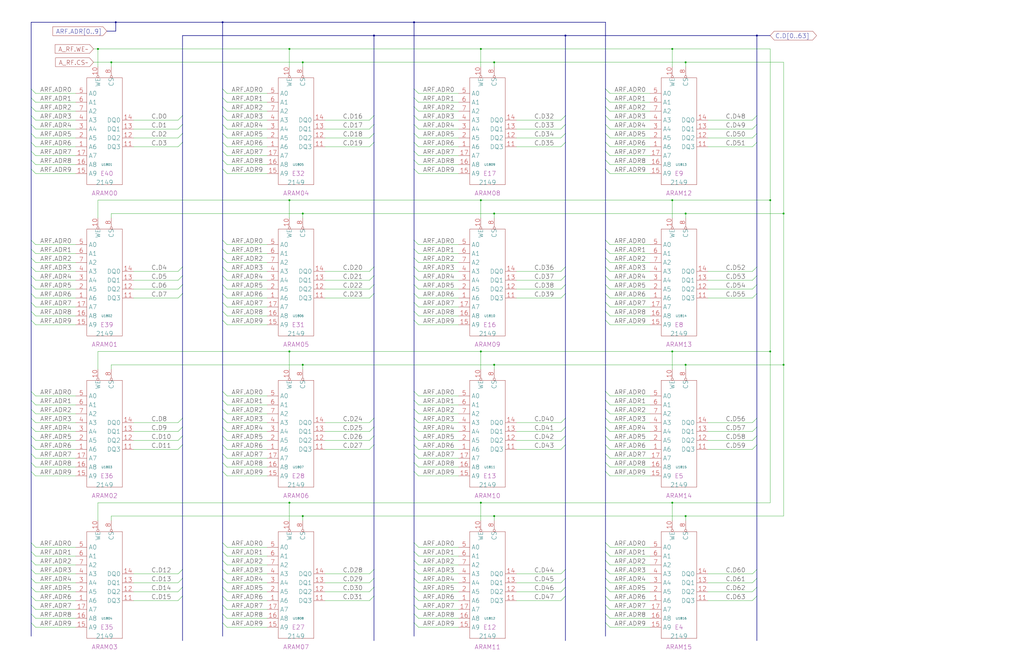
<source format=kicad_sch>
(kicad_sch (version 20230121) (generator eeschema)
  (paper "User" 584.2 378.46)
  (title_block (title "REGISTER FILE A\\nRAM ARRAY") (date "15-MAR-90") (rev "1.0") (comment 1 "TYPE") (comment 2 "232-003062") (comment 3 "S400") (comment 4 "RELEASED"))
  (junction (at 63.5 35.56))
  (junction (at 281.94 294.64))
  (junction (at 165.1 200.66))
  (junction (at 439.42 114.3))
  (junction (at 172.72 121.92))
  (junction (at 274.32 287.02))
  (junction (at 66.04 12.7))
  (junction (at 236.22 12.7))
  (junction (at 383.54 27.94))
  (junction (at 165.1 287.02))
  (junction (at 439.42 200.66))
  (junction (at 172.72 294.64))
  (junction (at 165.1 114.3))
  (junction (at 127 12.7))
  (junction (at 274.32 200.66))
  (junction (at 281.94 35.56))
  (junction (at 274.32 27.94))
  (junction (at 383.54 114.3))
  (junction (at 172.72 208.28))
  (junction (at 281.94 121.92))
  (junction (at 391.16 35.56))
  (junction (at 281.94 208.28))
  (junction (at 213.36 20.32))
  (junction (at 55.88 27.94))
  (junction (at 447.04 121.92))
  (junction (at 391.16 121.92))
  (junction (at 165.1 27.94))
  (junction (at 322.58 20.32))
  (junction (at 383.54 287.02))
  (junction (at 431.8 20.32))
  (junction (at 172.72 35.56))
  (junction (at 447.04 208.28))
  (junction (at 274.32 114.3))
  (junction (at 391.16 208.28))
  (junction (at 391.16 294.64))
  (junction (at 383.54 200.66))
  (bus_entry (at 345.44 269.24) (size 2.54 2.54))
  (bus_entry (at 213.36 243.84) (size -2.54 2.54))
  (bus_entry (at 345.44 142.24) (size 2.54 2.54))
  (bus_entry (at 431.8 71.12) (size -2.54 2.54))
  (bus_entry (at 236.22 264.16) (size 2.54 2.54))
  (bus_entry (at 236.22 157.48) (size 2.54 2.54))
  (bus_entry (at 236.22 91.44) (size 2.54 2.54))
  (bus_entry (at 236.22 167.64) (size 2.54 2.54))
  (bus_entry (at 127 340.36) (size 2.54 2.54))
  (bus_entry (at 17.78 177.8) (size 2.54 2.54))
  (bus_entry (at 213.36 71.12) (size -2.54 2.54))
  (bus_entry (at 236.22 228.6) (size 2.54 2.54))
  (bus_entry (at 17.78 96.52) (size 2.54 2.54))
  (bus_entry (at 431.8 243.84) (size -2.54 2.54))
  (bus_entry (at 236.22 182.88) (size 2.54 2.54))
  (bus_entry (at 345.44 254) (size 2.54 2.54))
  (bus_entry (at 322.58 157.48) (size -2.54 2.54))
  (bus_entry (at 345.44 182.88) (size 2.54 2.54))
  (bus_entry (at 322.58 162.56) (size -2.54 2.54))
  (bus_entry (at 17.78 147.32) (size 2.54 2.54))
  (bus_entry (at 345.44 137.16) (size 2.54 2.54))
  (bus_entry (at 236.22 147.32) (size 2.54 2.54))
  (bus_entry (at 17.78 350.52) (size 2.54 2.54))
  (bus_entry (at 104.14 254) (size -2.54 2.54))
  (bus_entry (at 236.22 330.2) (size 2.54 2.54))
  (bus_entry (at 17.78 238.76) (size 2.54 2.54))
  (bus_entry (at 17.78 233.68) (size 2.54 2.54))
  (bus_entry (at 236.22 248.92) (size 2.54 2.54))
  (bus_entry (at 345.44 223.52) (size 2.54 2.54))
  (bus_entry (at 104.14 152.4) (size -2.54 2.54))
  (bus_entry (at 127 76.2) (size 2.54 2.54))
  (bus_entry (at 17.78 248.92) (size 2.54 2.54))
  (bus_entry (at 17.78 81.28) (size 2.54 2.54))
  (bus_entry (at 104.14 340.36) (size -2.54 2.54))
  (bus_entry (at 322.58 76.2) (size -2.54 2.54))
  (bus_entry (at 17.78 223.52) (size 2.54 2.54))
  (bus_entry (at 17.78 254) (size 2.54 2.54))
  (bus_entry (at 236.22 314.96) (size 2.54 2.54))
  (bus_entry (at 17.78 269.24) (size 2.54 2.54))
  (bus_entry (at 236.22 345.44) (size 2.54 2.54))
  (bus_entry (at 127 60.96) (size 2.54 2.54))
  (bus_entry (at 127 243.84) (size 2.54 2.54))
  (bus_entry (at 236.22 223.52) (size 2.54 2.54))
  (bus_entry (at 17.78 330.2) (size 2.54 2.54))
  (bus_entry (at 431.8 152.4) (size -2.54 2.54))
  (bus_entry (at 17.78 76.2) (size 2.54 2.54))
  (bus_entry (at 236.22 320.04) (size 2.54 2.54))
  (bus_entry (at 345.44 60.96) (size 2.54 2.54))
  (bus_entry (at 431.8 335.28) (size -2.54 2.54))
  (bus_entry (at 127 355.6) (size 2.54 2.54))
  (bus_entry (at 213.36 254) (size -2.54 2.54))
  (bus_entry (at 431.8 248.92) (size -2.54 2.54))
  (bus_entry (at 431.8 76.2) (size -2.54 2.54))
  (bus_entry (at 17.78 314.96) (size 2.54 2.54))
  (bus_entry (at 127 91.44) (size 2.54 2.54))
  (bus_entry (at 213.36 238.76) (size -2.54 2.54))
  (bus_entry (at 17.78 325.12) (size 2.54 2.54))
  (bus_entry (at 431.8 254) (size -2.54 2.54))
  (bus_entry (at 17.78 345.44) (size 2.54 2.54))
  (bus_entry (at 17.78 71.12) (size 2.54 2.54))
  (bus_entry (at 236.22 66.04) (size 2.54 2.54))
  (bus_entry (at 345.44 96.52) (size 2.54 2.54))
  (bus_entry (at 322.58 167.64) (size -2.54 2.54))
  (bus_entry (at 104.14 248.92) (size -2.54 2.54))
  (bus_entry (at 213.36 248.92) (size -2.54 2.54))
  (bus_entry (at 431.8 325.12) (size -2.54 2.54))
  (bus_entry (at 17.78 259.08) (size 2.54 2.54))
  (bus_entry (at 213.36 340.36) (size -2.54 2.54))
  (bus_entry (at 322.58 330.2) (size -2.54 2.54))
  (bus_entry (at 104.14 243.84) (size -2.54 2.54))
  (bus_entry (at 345.44 314.96) (size 2.54 2.54))
  (bus_entry (at 127 330.2) (size 2.54 2.54))
  (bus_entry (at 322.58 66.04) (size -2.54 2.54))
  (bus_entry (at 345.44 167.64) (size 2.54 2.54))
  (bus_entry (at 345.44 81.28) (size 2.54 2.54))
  (bus_entry (at 322.58 152.4) (size -2.54 2.54))
  (bus_entry (at 127 335.28) (size 2.54 2.54))
  (bus_entry (at 213.36 157.48) (size -2.54 2.54))
  (bus_entry (at 17.78 335.28) (size 2.54 2.54))
  (bus_entry (at 127 50.8) (size 2.54 2.54))
  (bus_entry (at 431.8 66.04) (size -2.54 2.54))
  (bus_entry (at 127 269.24) (size 2.54 2.54))
  (bus_entry (at 236.22 335.28) (size 2.54 2.54))
  (bus_entry (at 127 142.24) (size 2.54 2.54))
  (bus_entry (at 236.22 177.8) (size 2.54 2.54))
  (bus_entry (at 431.8 340.36) (size -2.54 2.54))
  (bus_entry (at 322.58 243.84) (size -2.54 2.54))
  (bus_entry (at 431.8 330.2) (size -2.54 2.54))
  (bus_entry (at 345.44 147.32) (size 2.54 2.54))
  (bus_entry (at 345.44 172.72) (size 2.54 2.54))
  (bus_entry (at 431.8 167.64) (size -2.54 2.54))
  (bus_entry (at 345.44 320.04) (size 2.54 2.54))
  (bus_entry (at 17.78 152.4) (size 2.54 2.54))
  (bus_entry (at 127 172.72) (size 2.54 2.54))
  (bus_entry (at 127 81.28) (size 2.54 2.54))
  (bus_entry (at 345.44 157.48) (size 2.54 2.54))
  (bus_entry (at 236.22 55.88) (size 2.54 2.54))
  (bus_entry (at 17.78 60.96) (size 2.54 2.54))
  (bus_entry (at 127 264.16) (size 2.54 2.54))
  (bus_entry (at 127 157.48) (size 2.54 2.54))
  (bus_entry (at 236.22 162.56) (size 2.54 2.54))
  (bus_entry (at 127 66.04) (size 2.54 2.54))
  (bus_entry (at 236.22 172.72) (size 2.54 2.54))
  (bus_entry (at 127 167.64) (size 2.54 2.54))
  (bus_entry (at 127 325.12) (size 2.54 2.54))
  (bus_entry (at 127 55.88) (size 2.54 2.54))
  (bus_entry (at 345.44 243.84) (size 2.54 2.54))
  (bus_entry (at 345.44 335.28) (size 2.54 2.54))
  (bus_entry (at 213.36 330.2) (size -2.54 2.54))
  (bus_entry (at 345.44 330.2) (size 2.54 2.54))
  (bus_entry (at 104.14 81.28) (size -2.54 2.54))
  (bus_entry (at 17.78 137.16) (size 2.54 2.54))
  (bus_entry (at 322.58 335.28) (size -2.54 2.54))
  (bus_entry (at 17.78 340.36) (size 2.54 2.54))
  (bus_entry (at 345.44 248.92) (size 2.54 2.54))
  (bus_entry (at 127 177.8) (size 2.54 2.54))
  (bus_entry (at 127 238.76) (size 2.54 2.54))
  (bus_entry (at 127 162.56) (size 2.54 2.54))
  (bus_entry (at 17.78 172.72) (size 2.54 2.54))
  (bus_entry (at 127 86.36) (size 2.54 2.54))
  (bus_entry (at 127 345.44) (size 2.54 2.54))
  (bus_entry (at 127 254) (size 2.54 2.54))
  (bus_entry (at 236.22 233.68) (size 2.54 2.54))
  (bus_entry (at 127 147.32) (size 2.54 2.54))
  (bus_entry (at 345.44 350.52) (size 2.54 2.54))
  (bus_entry (at 236.22 325.12) (size 2.54 2.54))
  (bus_entry (at 17.78 355.6) (size 2.54 2.54))
  (bus_entry (at 345.44 76.2) (size 2.54 2.54))
  (bus_entry (at 104.14 335.28) (size -2.54 2.54))
  (bus_entry (at 17.78 264.16) (size 2.54 2.54))
  (bus_entry (at 236.22 142.24) (size 2.54 2.54))
  (bus_entry (at 17.78 50.8) (size 2.54 2.54))
  (bus_entry (at 236.22 355.6) (size 2.54 2.54))
  (bus_entry (at 127 71.12) (size 2.54 2.54))
  (bus_entry (at 104.14 167.64) (size -2.54 2.54))
  (bus_entry (at 322.58 248.92) (size -2.54 2.54))
  (bus_entry (at 236.22 259.08) (size 2.54 2.54))
  (bus_entry (at 345.44 50.8) (size 2.54 2.54))
  (bus_entry (at 345.44 177.8) (size 2.54 2.54))
  (bus_entry (at 213.36 325.12) (size -2.54 2.54))
  (bus_entry (at 127 96.52) (size 2.54 2.54))
  (bus_entry (at 17.78 162.56) (size 2.54 2.54))
  (bus_entry (at 127 137.16) (size 2.54 2.54))
  (bus_entry (at 17.78 157.48) (size 2.54 2.54))
  (bus_entry (at 322.58 71.12) (size -2.54 2.54))
  (bus_entry (at 104.14 157.48) (size -2.54 2.54))
  (bus_entry (at 322.58 325.12) (size -2.54 2.54))
  (bus_entry (at 236.22 152.4) (size 2.54 2.54))
  (bus_entry (at 127 314.96) (size 2.54 2.54))
  (bus_entry (at 104.14 330.2) (size -2.54 2.54))
  (bus_entry (at 127 350.52) (size 2.54 2.54))
  (bus_entry (at 345.44 233.68) (size 2.54 2.54))
  (bus_entry (at 213.36 167.64) (size -2.54 2.54))
  (bus_entry (at 17.78 228.6) (size 2.54 2.54))
  (bus_entry (at 345.44 71.12) (size 2.54 2.54))
  (bus_entry (at 322.58 340.36) (size -2.54 2.54))
  (bus_entry (at 127 233.68) (size 2.54 2.54))
  (bus_entry (at 213.36 162.56) (size -2.54 2.54))
  (bus_entry (at 236.22 350.52) (size 2.54 2.54))
  (bus_entry (at 322.58 81.28) (size -2.54 2.54))
  (bus_entry (at 127 309.88) (size 2.54 2.54))
  (bus_entry (at 345.44 238.76) (size 2.54 2.54))
  (bus_entry (at 213.36 81.28) (size -2.54 2.54))
  (bus_entry (at 127 223.52) (size 2.54 2.54))
  (bus_entry (at 236.22 243.84) (size 2.54 2.54))
  (bus_entry (at 104.14 71.12) (size -2.54 2.54))
  (bus_entry (at 431.8 162.56) (size -2.54 2.54))
  (bus_entry (at 104.14 76.2) (size -2.54 2.54))
  (bus_entry (at 431.8 157.48) (size -2.54 2.54))
  (bus_entry (at 127 320.04) (size 2.54 2.54))
  (bus_entry (at 236.22 340.36) (size 2.54 2.54))
  (bus_entry (at 345.44 325.12) (size 2.54 2.54))
  (bus_entry (at 345.44 91.44) (size 2.54 2.54))
  (bus_entry (at 17.78 309.88) (size 2.54 2.54))
  (bus_entry (at 127 259.08) (size 2.54 2.54))
  (bus_entry (at 345.44 264.16) (size 2.54 2.54))
  (bus_entry (at 236.22 269.24) (size 2.54 2.54))
  (bus_entry (at 322.58 254) (size -2.54 2.54))
  (bus_entry (at 345.44 309.88) (size 2.54 2.54))
  (bus_entry (at 345.44 259.08) (size 2.54 2.54))
  (bus_entry (at 345.44 152.4) (size 2.54 2.54))
  (bus_entry (at 345.44 162.56) (size 2.54 2.54))
  (bus_entry (at 213.36 335.28) (size -2.54 2.54))
  (bus_entry (at 17.78 91.44) (size 2.54 2.54))
  (bus_entry (at 104.14 66.04) (size -2.54 2.54))
  (bus_entry (at 236.22 71.12) (size 2.54 2.54))
  (bus_entry (at 213.36 66.04) (size -2.54 2.54))
  (bus_entry (at 236.22 254) (size 2.54 2.54))
  (bus_entry (at 17.78 55.88) (size 2.54 2.54))
  (bus_entry (at 236.22 86.36) (size 2.54 2.54))
  (bus_entry (at 345.44 345.44) (size 2.54 2.54))
  (bus_entry (at 322.58 238.76) (size -2.54 2.54))
  (bus_entry (at 236.22 96.52) (size 2.54 2.54))
  (bus_entry (at 213.36 152.4) (size -2.54 2.54))
  (bus_entry (at 104.14 238.76) (size -2.54 2.54))
  (bus_entry (at 345.44 66.04) (size 2.54 2.54))
  (bus_entry (at 17.78 142.24) (size 2.54 2.54))
  (bus_entry (at 104.14 325.12) (size -2.54 2.54))
  (bus_entry (at 104.14 162.56) (size -2.54 2.54))
  (bus_entry (at 127 228.6) (size 2.54 2.54))
  (bus_entry (at 213.36 76.2) (size -2.54 2.54))
  (bus_entry (at 236.22 81.28) (size 2.54 2.54))
  (bus_entry (at 345.44 86.36) (size 2.54 2.54))
  (bus_entry (at 17.78 86.36) (size 2.54 2.54))
  (bus_entry (at 345.44 355.6) (size 2.54 2.54))
  (bus_entry (at 431.8 238.76) (size -2.54 2.54))
  (bus_entry (at 127 152.4) (size 2.54 2.54))
  (bus_entry (at 236.22 309.88) (size 2.54 2.54))
  (bus_entry (at 17.78 243.84) (size 2.54 2.54))
  (bus_entry (at 345.44 55.88) (size 2.54 2.54))
  (bus_entry (at 127 248.92) (size 2.54 2.54))
  (bus_entry (at 17.78 167.64) (size 2.54 2.54))
  (bus_entry (at 236.22 60.96) (size 2.54 2.54))
  (bus_entry (at 127 182.88) (size 2.54 2.54))
  (bus_entry (at 17.78 182.88) (size 2.54 2.54))
  (bus_entry (at 17.78 320.04) (size 2.54 2.54))
  (bus_entry (at 236.22 137.16) (size 2.54 2.54))
  (bus_entry (at 236.22 50.8) (size 2.54 2.54))
  (bus_entry (at 345.44 340.36) (size 2.54 2.54))
  (bus_entry (at 345.44 228.6) (size 2.54 2.54))
  (bus_entry (at 236.22 76.2) (size 2.54 2.54))
  (bus_entry (at 431.8 81.28) (size -2.54 2.54))
  (bus_entry (at 17.78 66.04) (size 2.54 2.54))
  (bus_entry (at 236.22 238.76) (size 2.54 2.54))
  (wire (pts (xy 274.32 114.3) (xy 274.32 124.46)))
  (bus (pts (xy 17.78 269.24) (xy 17.78 309.88)))
  (wire (pts (xy 129.54 347.98) (xy 152.4 347.98)))
  (wire (pts (xy 347.98 99.06) (xy 370.84 99.06)))
  (wire (pts (xy 238.76 139.7) (xy 261.62 139.7)))
  (wire (pts (xy 347.98 88.9) (xy 370.84 88.9)))
  (wire (pts (xy 238.76 58.42) (xy 261.62 58.42)))
  (wire (pts (xy 129.54 53.34) (xy 152.4 53.34)))
  (wire (pts (xy 172.72 35.56) (xy 281.94 35.56)))
  (wire (pts (xy 129.54 185.42) (xy 152.4 185.42)))
  (wire (pts (xy 165.1 200.66) (xy 274.32 200.66)))
  (wire (pts (xy 20.32 93.98) (xy 43.18 93.98)))
  (wire (pts (xy 165.1 287.02) (xy 165.1 297.18)))
  (wire (pts (xy 238.76 312.42) (xy 261.62 312.42)))
  (wire (pts (xy 238.76 322.58) (xy 261.62 322.58)))
  (wire (pts (xy 129.54 266.7) (xy 152.4 266.7)))
  (wire (pts (xy 20.32 251.46) (xy 43.18 251.46)))
  (wire (pts (xy 347.98 165.1) (xy 370.84 165.1)))
  (wire (pts (xy 20.32 353.06) (xy 43.18 353.06)))
  (wire (pts (xy 383.54 114.3) (xy 383.54 124.46)))
  (wire (pts (xy 274.32 287.02) (xy 165.1 287.02)))
  (bus (pts (xy 17.78 223.52) (xy 17.78 228.6)))
  (wire (pts (xy 347.98 63.5) (xy 370.84 63.5)))
  (wire (pts (xy 129.54 83.82) (xy 152.4 83.82)))
  (wire (pts (xy 238.76 78.74) (xy 261.62 78.74)))
  (bus (pts (xy 104.14 71.12) (xy 104.14 76.2)))
  (bus (pts (xy 345.44 172.72) (xy 345.44 177.8)))
  (wire (pts (xy 403.86 78.74) (xy 429.26 78.74)))
  (wire (pts (xy 347.98 68.58) (xy 370.84 68.58)))
  (wire (pts (xy 129.54 271.78) (xy 152.4 271.78)))
  (wire (pts (xy 185.42 256.54) (xy 210.82 256.54)))
  (wire (pts (xy 347.98 332.74) (xy 370.84 332.74)))
  (bus (pts (xy 66.04 12.7) (xy 127 12.7)))
  (wire (pts (xy 238.76 271.78) (xy 261.62 271.78)))
  (wire (pts (xy 185.42 170.18) (xy 210.82 170.18)))
  (wire (pts (xy 172.72 208.28) (xy 281.94 208.28)))
  (bus (pts (xy 236.22 320.04) (xy 236.22 325.12)))
  (bus (pts (xy 127 335.28) (xy 127 340.36)))
  (wire (pts (xy 391.16 294.64) (xy 447.04 294.64)))
  (bus (pts (xy 17.78 157.48) (xy 17.78 162.56)))
  (bus (pts (xy 127 12.7) (xy 127 50.8)))
  (wire (pts (xy 294.64 73.66) (xy 320.04 73.66)))
  (bus (pts (xy 17.78 71.12) (xy 17.78 76.2)))
  (wire (pts (xy 391.16 294.64) (xy 391.16 297.18)))
  (wire (pts (xy 20.32 58.42) (xy 43.18 58.42)))
  (wire (pts (xy 383.54 287.02) (xy 274.32 287.02)))
  (wire (pts (xy 20.32 73.66) (xy 43.18 73.66)))
  (wire (pts (xy 185.42 241.3) (xy 210.82 241.3)))
  (wire (pts (xy 238.76 144.78) (xy 261.62 144.78)))
  (bus (pts (xy 345.44 269.24) (xy 345.44 309.88)))
  (wire (pts (xy 20.32 226.06) (xy 43.18 226.06)))
  (bus (pts (xy 213.36 76.2) (xy 213.36 81.28)))
  (wire (pts (xy 347.98 241.3) (xy 370.84 241.3)))
  (bus (pts (xy 127 320.04) (xy 127 325.12)))
  (bus (pts (xy 431.8 81.28) (xy 431.8 152.4)))
  (bus (pts (xy 127 66.04) (xy 127 71.12)))
  (bus (pts (xy 127 340.36) (xy 127 345.44)))
  (bus (pts (xy 345.44 325.12) (xy 345.44 330.2)))
  (wire (pts (xy 403.86 165.1) (xy 429.26 165.1)))
  (bus (pts (xy 17.78 50.8) (xy 17.78 55.88)))
  (bus (pts (xy 345.44 142.24) (xy 345.44 147.32)))
  (bus (pts (xy 345.44 228.6) (xy 345.44 233.68)))
  (bus (pts (xy 213.36 325.12) (xy 213.36 330.2)))
  (bus (pts (xy 17.78 142.24) (xy 17.78 147.32)))
  (wire (pts (xy 383.54 27.94) (xy 383.54 38.1)))
  (bus (pts (xy 236.22 172.72) (xy 236.22 177.8)))
  (bus (pts (xy 17.78 147.32) (xy 17.78 152.4)))
  (bus (pts (xy 345.44 259.08) (xy 345.44 264.16)))
  (bus (pts (xy 127 147.32) (xy 127 152.4)))
  (wire (pts (xy 129.54 236.22) (xy 152.4 236.22)))
  (bus (pts (xy 17.78 167.64) (xy 17.78 172.72)))
  (bus (pts (xy 17.78 162.56) (xy 17.78 167.64)))
  (wire (pts (xy 76.2 68.58) (xy 101.6 68.58)))
  (bus (pts (xy 17.78 330.2) (xy 17.78 335.28)))
  (wire (pts (xy 76.2 337.82) (xy 101.6 337.82)))
  (wire (pts (xy 383.54 200.66) (xy 383.54 210.82)))
  (bus (pts (xy 345.44 248.92) (xy 345.44 254)))
  (wire (pts (xy 20.32 312.42) (xy 43.18 312.42)))
  (bus (pts (xy 236.22 162.56) (xy 236.22 167.64)))
  (wire (pts (xy 20.32 332.74) (xy 43.18 332.74)))
  (wire (pts (xy 294.64 83.82) (xy 320.04 83.82)))
  (bus (pts (xy 127 233.68) (xy 127 238.76)))
  (bus (pts (xy 17.78 76.2) (xy 17.78 81.28)))
  (bus (pts (xy 104.14 157.48) (xy 104.14 162.56)))
  (wire (pts (xy 165.1 200.66) (xy 165.1 210.82)))
  (wire (pts (xy 20.32 256.54) (xy 43.18 256.54)))
  (bus (pts (xy 127 350.52) (xy 127 355.6)))
  (bus (pts (xy 431.8 20.32) (xy 439.42 20.32)))
  (wire (pts (xy 129.54 144.78) (xy 152.4 144.78)))
  (bus (pts (xy 104.14 238.76) (xy 104.14 243.84)))
  (wire (pts (xy 129.54 88.9) (xy 152.4 88.9)))
  (bus (pts (xy 127 264.16) (xy 127 269.24)))
  (bus (pts (xy 127 248.92) (xy 127 254)))
  (bus (pts (xy 345.44 137.16) (xy 345.44 142.24)))
  (bus (pts (xy 213.36 157.48) (xy 213.36 162.56)))
  (wire (pts (xy 347.98 353.06) (xy 370.84 353.06)))
  (wire (pts (xy 185.42 78.74) (xy 210.82 78.74)))
  (bus (pts (xy 127 259.08) (xy 127 264.16)))
  (bus (pts (xy 345.44 81.28) (xy 345.44 86.36)))
  (wire (pts (xy 238.76 266.7) (xy 261.62 266.7)))
  (bus (pts (xy 17.78 320.04) (xy 17.78 325.12)))
  (wire (pts (xy 294.64 327.66) (xy 320.04 327.66)))
  (wire (pts (xy 63.5 121.92) (xy 172.72 121.92)))
  (wire (pts (xy 63.5 208.28) (xy 172.72 208.28)))
  (bus (pts (xy 345.44 345.44) (xy 345.44 350.52)))
  (wire (pts (xy 238.76 261.62) (xy 261.62 261.62)))
  (bus (pts (xy 17.78 325.12) (xy 17.78 330.2)))
  (bus (pts (xy 127 81.28) (xy 127 86.36)))
  (wire (pts (xy 129.54 241.3) (xy 152.4 241.3)))
  (wire (pts (xy 347.98 246.38) (xy 370.84 246.38)))
  (wire (pts (xy 403.86 83.82) (xy 429.26 83.82)))
  (bus (pts (xy 127 71.12) (xy 127 76.2)))
  (wire (pts (xy 129.54 261.62) (xy 152.4 261.62)))
  (wire (pts (xy 76.2 78.74) (xy 101.6 78.74)))
  (bus (pts (xy 236.22 269.24) (xy 236.22 309.88)))
  (wire (pts (xy 294.64 170.18) (xy 320.04 170.18)))
  (bus (pts (xy 322.58 76.2) (xy 322.58 81.28)))
  (wire (pts (xy 20.32 185.42) (xy 43.18 185.42)))
  (wire (pts (xy 391.16 208.28) (xy 447.04 208.28)))
  (wire (pts (xy 20.32 144.78) (xy 43.18 144.78)))
  (wire (pts (xy 403.86 154.94) (xy 429.26 154.94)))
  (wire (pts (xy 20.32 337.82) (xy 43.18 337.82)))
  (bus (pts (xy 236.22 264.16) (xy 236.22 269.24)))
  (wire (pts (xy 383.54 200.66) (xy 439.42 200.66)))
  (bus (pts (xy 345.44 50.8) (xy 345.44 55.88)))
  (bus (pts (xy 17.78 172.72) (xy 17.78 177.8)))
  (bus (pts (xy 213.36 152.4) (xy 213.36 157.48)))
  (bus (pts (xy 127 12.7) (xy 236.22 12.7)))
  (wire (pts (xy 76.2 170.18) (xy 101.6 170.18)))
  (bus (pts (xy 213.36 20.32) (xy 322.58 20.32)))
  (bus (pts (xy 236.22 243.84) (xy 236.22 248.92)))
  (bus (pts (xy 345.44 12.7) (xy 345.44 50.8)))
  (wire (pts (xy 238.76 241.3) (xy 261.62 241.3)))
  (wire (pts (xy 76.2 342.9) (xy 101.6 342.9)))
  (bus (pts (xy 345.44 157.48) (xy 345.44 162.56)))
  (bus (pts (xy 17.78 264.16) (xy 17.78 269.24)))
  (bus (pts (xy 213.36 254) (xy 213.36 325.12)))
  (bus (pts (xy 236.22 355.6) (xy 236.22 363.22)))
  (bus (pts (xy 213.36 20.32) (xy 213.36 66.04)))
  (wire (pts (xy 238.76 358.14) (xy 261.62 358.14)))
  (bus (pts (xy 322.58 330.2) (xy 322.58 335.28)))
  (bus (pts (xy 127 76.2) (xy 127 81.28)))
  (wire (pts (xy 274.32 287.02) (xy 274.32 297.18)))
  (bus (pts (xy 127 330.2) (xy 127 335.28)))
  (bus (pts (xy 431.8 238.76) (xy 431.8 243.84)))
  (wire (pts (xy 129.54 231.14) (xy 152.4 231.14)))
  (bus (pts (xy 345.44 71.12) (xy 345.44 76.2)))
  (wire (pts (xy 129.54 337.82) (xy 152.4 337.82)))
  (bus (pts (xy 213.36 71.12) (xy 213.36 76.2)))
  (bus (pts (xy 431.8 66.04) (xy 431.8 71.12)))
  (wire (pts (xy 238.76 170.18) (xy 261.62 170.18)))
  (bus (pts (xy 236.22 81.28) (xy 236.22 86.36)))
  (bus (pts (xy 322.58 167.64) (xy 322.58 238.76)))
  (bus (pts (xy 17.78 66.04) (xy 17.78 71.12)))
  (bus (pts (xy 213.36 335.28) (xy 213.36 340.36)))
  (wire (pts (xy 294.64 256.54) (xy 320.04 256.54)))
  (wire (pts (xy 20.32 246.38) (xy 43.18 246.38)))
  (bus (pts (xy 345.44 238.76) (xy 345.44 243.84)))
  (wire (pts (xy 76.2 332.74) (xy 101.6 332.74)))
  (wire (pts (xy 165.1 27.94) (xy 274.32 27.94)))
  (wire (pts (xy 238.76 175.26) (xy 261.62 175.26)))
  (wire (pts (xy 20.32 266.7) (xy 43.18 266.7)))
  (bus (pts (xy 127 162.56) (xy 127 167.64)))
  (wire (pts (xy 185.42 83.82) (xy 210.82 83.82)))
  (bus (pts (xy 17.78 12.7) (xy 66.04 12.7)))
  (wire (pts (xy 129.54 149.86) (xy 152.4 149.86)))
  (bus (pts (xy 127 96.52) (xy 127 137.16)))
  (wire (pts (xy 129.54 73.66) (xy 152.4 73.66)))
  (wire (pts (xy 238.76 332.74) (xy 261.62 332.74)))
  (bus (pts (xy 127 345.44) (xy 127 350.52)))
  (bus (pts (xy 104.14 325.12) (xy 104.14 330.2)))
  (bus (pts (xy 127 137.16) (xy 127 142.24)))
  (bus (pts (xy 213.36 167.64) (xy 213.36 238.76)))
  (bus (pts (xy 17.78 137.16) (xy 17.78 142.24)))
  (wire (pts (xy 20.32 149.86) (xy 43.18 149.86)))
  (wire (pts (xy 238.76 231.14) (xy 261.62 231.14)))
  (bus (pts (xy 345.44 309.88) (xy 345.44 314.96)))
  (bus (pts (xy 127 167.64) (xy 127 172.72)))
  (bus (pts (xy 213.36 243.84) (xy 213.36 248.92)))
  (wire (pts (xy 20.32 83.82) (xy 43.18 83.82)))
  (wire (pts (xy 20.32 317.5) (xy 43.18 317.5)))
  (wire (pts (xy 274.32 200.66) (xy 383.54 200.66)))
  (wire (pts (xy 76.2 327.66) (xy 101.6 327.66)))
  (wire (pts (xy 403.86 68.58) (xy 429.26 68.58)))
  (bus (pts (xy 127 269.24) (xy 127 309.88)))
  (wire (pts (xy 281.94 208.28) (xy 391.16 208.28)))
  (wire (pts (xy 129.54 154.94) (xy 152.4 154.94)))
  (bus (pts (xy 127 228.6) (xy 127 233.68)))
  (wire (pts (xy 185.42 342.9) (xy 210.82 342.9)))
  (bus (pts (xy 431.8 76.2) (xy 431.8 81.28)))
  (wire (pts (xy 238.76 251.46) (xy 261.62 251.46)))
  (wire (pts (xy 129.54 251.46) (xy 152.4 251.46)))
  (bus (pts (xy 236.22 91.44) (xy 236.22 96.52)))
  (wire (pts (xy 347.98 342.9) (xy 370.84 342.9)))
  (wire (pts (xy 172.72 294.64) (xy 281.94 294.64)))
  (wire (pts (xy 403.86 160.02) (xy 429.26 160.02)))
  (wire (pts (xy 129.54 165.1) (xy 152.4 165.1)))
  (bus (pts (xy 127 86.36) (xy 127 91.44)))
  (bus (pts (xy 17.78 345.44) (xy 17.78 350.52)))
  (wire (pts (xy 274.32 27.94) (xy 274.32 38.1)))
  (bus (pts (xy 60.96 17.78) (xy 66.04 17.78)))
  (bus (pts (xy 322.58 243.84) (xy 322.58 248.92)))
  (wire (pts (xy 129.54 170.18) (xy 152.4 170.18)))
  (bus (pts (xy 17.78 350.52) (xy 17.78 355.6)))
  (wire (pts (xy 294.64 165.1) (xy 320.04 165.1)))
  (bus (pts (xy 17.78 248.92) (xy 17.78 254)))
  (wire (pts (xy 439.42 287.02) (xy 383.54 287.02)))
  (wire (pts (xy 238.76 63.5) (xy 261.62 63.5)))
  (bus (pts (xy 17.78 12.7) (xy 17.78 50.8)))
  (bus (pts (xy 17.78 259.08) (xy 17.78 264.16)))
  (bus (pts (xy 236.22 228.6) (xy 236.22 233.68)))
  (bus (pts (xy 431.8 325.12) (xy 431.8 330.2)))
  (bus (pts (xy 431.8 330.2) (xy 431.8 335.28)))
  (bus (pts (xy 104.14 81.28) (xy 104.14 152.4)))
  (wire (pts (xy 63.5 121.92) (xy 63.5 124.46)))
  (bus (pts (xy 127 325.12) (xy 127 330.2)))
  (wire (pts (xy 439.42 27.94) (xy 439.42 114.3)))
  (wire (pts (xy 185.42 337.82) (xy 210.82 337.82)))
  (wire (pts (xy 53.34 35.56) (xy 63.5 35.56)))
  (bus (pts (xy 236.22 177.8) (xy 236.22 182.88)))
  (wire (pts (xy 20.32 78.74) (xy 43.18 78.74)))
  (bus (pts (xy 236.22 96.52) (xy 236.22 137.16)))
  (wire (pts (xy 20.32 327.66) (xy 43.18 327.66)))
  (wire (pts (xy 172.72 121.92) (xy 281.94 121.92)))
  (wire (pts (xy 238.76 73.66) (xy 261.62 73.66)))
  (wire (pts (xy 20.32 342.9) (xy 43.18 342.9)))
  (wire (pts (xy 281.94 294.64) (xy 281.94 297.18)))
  (bus (pts (xy 236.22 71.12) (xy 236.22 76.2)))
  (bus (pts (xy 345.44 96.52) (xy 345.44 137.16)))
  (wire (pts (xy 20.32 170.18) (xy 43.18 170.18)))
  (bus (pts (xy 345.44 167.64) (xy 345.44 172.72)))
  (wire (pts (xy 20.32 236.22) (xy 43.18 236.22)))
  (wire (pts (xy 347.98 271.78) (xy 370.84 271.78)))
  (wire (pts (xy 20.32 322.58) (xy 43.18 322.58)))
  (wire (pts (xy 281.94 294.64) (xy 391.16 294.64)))
  (wire (pts (xy 63.5 294.64) (xy 172.72 294.64)))
  (wire (pts (xy 439.42 200.66) (xy 439.42 287.02)))
  (wire (pts (xy 129.54 58.42) (xy 152.4 58.42)))
  (bus (pts (xy 104.14 340.36) (xy 104.14 365.76)))
  (wire (pts (xy 172.72 208.28) (xy 172.72 210.82)))
  (bus (pts (xy 345.44 330.2) (xy 345.44 335.28)))
  (bus (pts (xy 17.78 60.96) (xy 17.78 66.04)))
  (bus (pts (xy 236.22 157.48) (xy 236.22 162.56)))
  (bus (pts (xy 322.58 152.4) (xy 322.58 157.48)))
  (wire (pts (xy 238.76 165.1) (xy 261.62 165.1)))
  (bus (pts (xy 322.58 238.76) (xy 322.58 243.84)))
  (wire (pts (xy 20.32 241.3) (xy 43.18 241.3)))
  (wire (pts (xy 185.42 332.74) (xy 210.82 332.74)))
  (wire (pts (xy 447.04 35.56) (xy 447.04 121.92)))
  (bus (pts (xy 345.44 320.04) (xy 345.44 325.12)))
  (bus (pts (xy 127 238.76) (xy 127 243.84)))
  (bus (pts (xy 127 172.72) (xy 127 177.8)))
  (bus (pts (xy 213.36 340.36) (xy 213.36 365.76)))
  (wire (pts (xy 20.32 165.1) (xy 43.18 165.1)))
  (bus (pts (xy 345.44 355.6) (xy 345.44 363.22)))
  (bus (pts (xy 236.22 182.88) (xy 236.22 223.52)))
  (wire (pts (xy 20.32 53.34) (xy 43.18 53.34)))
  (bus (pts (xy 236.22 76.2) (xy 236.22 81.28)))
  (wire (pts (xy 347.98 266.7) (xy 370.84 266.7)))
  (wire (pts (xy 294.64 337.82) (xy 320.04 337.82)))
  (bus (pts (xy 431.8 167.64) (xy 431.8 238.76)))
  (wire (pts (xy 238.76 226.06) (xy 261.62 226.06)))
  (wire (pts (xy 391.16 208.28) (xy 391.16 210.82)))
  (bus (pts (xy 104.14 167.64) (xy 104.14 238.76)))
  (wire (pts (xy 238.76 99.06) (xy 261.62 99.06)))
  (bus (pts (xy 127 91.44) (xy 127 96.52)))
  (wire (pts (xy 129.54 256.54) (xy 152.4 256.54)))
  (bus (pts (xy 236.22 350.52) (xy 236.22 355.6)))
  (bus (pts (xy 431.8 20.32) (xy 431.8 66.04)))
  (bus (pts (xy 127 60.96) (xy 127 66.04)))
  (bus (pts (xy 104.14 254) (xy 104.14 325.12)))
  (wire (pts (xy 447.04 121.92) (xy 447.04 208.28)))
  (bus (pts (xy 104.14 330.2) (xy 104.14 335.28)))
  (bus (pts (xy 213.36 162.56) (xy 213.36 167.64)))
  (wire (pts (xy 55.88 114.3) (xy 165.1 114.3)))
  (wire (pts (xy 347.98 73.66) (xy 370.84 73.66)))
  (bus (pts (xy 213.36 248.92) (xy 213.36 254)))
  (wire (pts (xy 403.86 256.54) (xy 429.26 256.54)))
  (wire (pts (xy 76.2 241.3) (xy 101.6 241.3)))
  (wire (pts (xy 129.54 99.06) (xy 152.4 99.06)))
  (wire (pts (xy 20.32 180.34) (xy 43.18 180.34)))
  (wire (pts (xy 294.64 160.02) (xy 320.04 160.02)))
  (bus (pts (xy 127 355.6) (xy 127 363.22)))
  (wire (pts (xy 294.64 241.3) (xy 320.04 241.3)))
  (wire (pts (xy 185.42 73.66) (xy 210.82 73.66)))
  (wire (pts (xy 238.76 327.66) (xy 261.62 327.66)))
  (bus (pts (xy 431.8 254) (xy 431.8 325.12)))
  (wire (pts (xy 53.34 27.94) (xy 55.88 27.94)))
  (wire (pts (xy 403.86 342.9) (xy 429.26 342.9)))
  (bus (pts (xy 345.44 177.8) (xy 345.44 182.88)))
  (wire (pts (xy 383.54 27.94) (xy 439.42 27.94)))
  (bus (pts (xy 17.78 314.96) (xy 17.78 320.04)))
  (wire (pts (xy 274.32 27.94) (xy 383.54 27.94)))
  (bus (pts (xy 345.44 152.4) (xy 345.44 157.48)))
  (wire (pts (xy 129.54 342.9) (xy 152.4 342.9)))
  (wire (pts (xy 347.98 83.82) (xy 370.84 83.82)))
  (bus (pts (xy 431.8 248.92) (xy 431.8 254)))
  (wire (pts (xy 20.32 88.9) (xy 43.18 88.9)))
  (wire (pts (xy 129.54 358.14) (xy 152.4 358.14)))
  (bus (pts (xy 104.14 248.92) (xy 104.14 254)))
  (wire (pts (xy 63.5 294.64) (xy 63.5 297.18)))
  (wire (pts (xy 129.54 353.06) (xy 152.4 353.06)))
  (bus (pts (xy 17.78 309.88) (xy 17.78 314.96)))
  (bus (pts (xy 127 309.88) (xy 127 314.96)))
  (bus (pts (xy 127 314.96) (xy 127 320.04)))
  (bus (pts (xy 236.22 86.36) (xy 236.22 91.44)))
  (wire (pts (xy 129.54 78.74) (xy 152.4 78.74)))
  (bus (pts (xy 322.58 325.12) (xy 322.58 330.2)))
  (wire (pts (xy 403.86 251.46) (xy 429.26 251.46)))
  (wire (pts (xy 129.54 63.5) (xy 152.4 63.5)))
  (wire (pts (xy 20.32 160.02) (xy 43.18 160.02)))
  (bus (pts (xy 431.8 152.4) (xy 431.8 157.48)))
  (wire (pts (xy 294.64 68.58) (xy 320.04 68.58)))
  (bus (pts (xy 236.22 137.16) (xy 236.22 142.24)))
  (bus (pts (xy 236.22 345.44) (xy 236.22 350.52)))
  (wire (pts (xy 238.76 342.9) (xy 261.62 342.9)))
  (bus (pts (xy 17.78 96.52) (xy 17.78 137.16)))
  (wire (pts (xy 383.54 114.3) (xy 439.42 114.3)))
  (wire (pts (xy 274.32 114.3) (xy 383.54 114.3)))
  (bus (pts (xy 322.58 162.56) (xy 322.58 167.64)))
  (bus (pts (xy 236.22 12.7) (xy 345.44 12.7)))
  (bus (pts (xy 104.14 66.04) (xy 104.14 71.12)))
  (bus (pts (xy 213.36 330.2) (xy 213.36 335.28)))
  (wire (pts (xy 20.32 347.98) (xy 43.18 347.98)))
  (wire (pts (xy 281.94 121.92) (xy 391.16 121.92)))
  (wire (pts (xy 63.5 35.56) (xy 172.72 35.56)))
  (bus (pts (xy 236.22 147.32) (xy 236.22 152.4)))
  (wire (pts (xy 20.32 175.26) (xy 43.18 175.26)))
  (bus (pts (xy 345.44 340.36) (xy 345.44 345.44)))
  (bus (pts (xy 322.58 157.48) (xy 322.58 162.56)))
  (bus (pts (xy 236.22 167.64) (xy 236.22 172.72)))
  (wire (pts (xy 129.54 68.58) (xy 152.4 68.58)))
  (bus (pts (xy 17.78 335.28) (xy 17.78 340.36)))
  (wire (pts (xy 347.98 337.82) (xy 370.84 337.82)))
  (bus (pts (xy 322.58 254) (xy 322.58 325.12)))
  (bus (pts (xy 236.22 152.4) (xy 236.22 157.48)))
  (bus (pts (xy 17.78 86.36) (xy 17.78 91.44)))
  (wire (pts (xy 76.2 246.38) (xy 101.6 246.38)))
  (wire (pts (xy 20.32 261.62) (xy 43.18 261.62)))
  (bus (pts (xy 236.22 66.04) (xy 236.22 71.12)))
  (wire (pts (xy 129.54 312.42) (xy 152.4 312.42)))
  (wire (pts (xy 294.64 332.74) (xy 320.04 332.74)))
  (wire (pts (xy 76.2 154.94) (xy 101.6 154.94)))
  (bus (pts (xy 322.58 81.28) (xy 322.58 152.4)))
  (wire (pts (xy 238.76 149.86) (xy 261.62 149.86)))
  (wire (pts (xy 129.54 327.66) (xy 152.4 327.66)))
  (wire (pts (xy 403.86 73.66) (xy 429.26 73.66)))
  (bus (pts (xy 104.14 152.4) (xy 104.14 157.48)))
  (bus (pts (xy 431.8 157.48) (xy 431.8 162.56)))
  (bus (pts (xy 322.58 248.92) (xy 322.58 254)))
  (wire (pts (xy 347.98 78.74) (xy 370.84 78.74)))
  (bus (pts (xy 236.22 248.92) (xy 236.22 254)))
  (wire (pts (xy 76.2 83.82) (xy 101.6 83.82)))
  (bus (pts (xy 104.14 335.28) (xy 104.14 340.36)))
  (bus (pts (xy 17.78 254) (xy 17.78 259.08)))
  (bus (pts (xy 127 177.8) (xy 127 182.88)))
  (bus (pts (xy 345.44 182.88) (xy 345.44 223.52)))
  (bus (pts (xy 236.22 238.76) (xy 236.22 243.84)))
  (wire (pts (xy 347.98 312.42) (xy 370.84 312.42)))
  (bus (pts (xy 431.8 71.12) (xy 431.8 76.2)))
  (bus (pts (xy 236.22 254) (xy 236.22 259.08)))
  (wire (pts (xy 165.1 27.94) (xy 165.1 38.1)))
  (bus (pts (xy 17.78 55.88) (xy 17.78 60.96)))
  (wire (pts (xy 20.32 154.94) (xy 43.18 154.94)))
  (wire (pts (xy 129.54 332.74) (xy 152.4 332.74)))
  (wire (pts (xy 238.76 236.22) (xy 261.62 236.22)))
  (bus (pts (xy 17.78 340.36) (xy 17.78 345.44)))
  (bus (pts (xy 17.78 177.8) (xy 17.78 182.88)))
  (wire (pts (xy 347.98 154.94) (xy 370.84 154.94)))
  (bus (pts (xy 236.22 335.28) (xy 236.22 340.36)))
  (wire (pts (xy 403.86 246.38) (xy 429.26 246.38)))
  (wire (pts (xy 165.1 114.3) (xy 274.32 114.3)))
  (bus (pts (xy 127 254) (xy 127 259.08)))
  (wire (pts (xy 238.76 353.06) (xy 261.62 353.06)))
  (bus (pts (xy 127 55.88) (xy 127 60.96)))
  (wire (pts (xy 391.16 121.92) (xy 391.16 124.46)))
  (wire (pts (xy 20.32 68.58) (xy 43.18 68.58)))
  (bus (pts (xy 345.44 60.96) (xy 345.44 66.04)))
  (wire (pts (xy 294.64 342.9) (xy 320.04 342.9)))
  (bus (pts (xy 104.14 20.32) (xy 104.14 66.04)))
  (wire (pts (xy 55.88 114.3) (xy 55.88 124.46)))
  (wire (pts (xy 20.32 63.5) (xy 43.18 63.5)))
  (wire (pts (xy 172.72 121.92) (xy 172.72 124.46)))
  (wire (pts (xy 129.54 93.98) (xy 152.4 93.98)))
  (bus (pts (xy 322.58 20.32) (xy 431.8 20.32)))
  (wire (pts (xy 238.76 83.82) (xy 261.62 83.82)))
  (bus (pts (xy 431.8 340.36) (xy 431.8 365.76)))
  (wire (pts (xy 238.76 337.82) (xy 261.62 337.82)))
  (bus (pts (xy 127 142.24) (xy 127 147.32)))
  (wire (pts (xy 185.42 160.02) (xy 210.82 160.02)))
  (wire (pts (xy 294.64 78.74) (xy 320.04 78.74)))
  (bus (pts (xy 236.22 325.12) (xy 236.22 330.2)))
  (wire (pts (xy 55.88 27.94) (xy 165.1 27.94)))
  (wire (pts (xy 238.76 256.54) (xy 261.62 256.54)))
  (bus (pts (xy 17.78 233.68) (xy 17.78 238.76)))
  (wire (pts (xy 403.86 170.18) (xy 429.26 170.18)))
  (bus (pts (xy 236.22 12.7) (xy 236.22 50.8)))
  (wire (pts (xy 172.72 294.64) (xy 172.72 297.18)))
  (wire (pts (xy 281.94 121.92) (xy 281.94 124.46)))
  (wire (pts (xy 20.32 358.14) (xy 43.18 358.14)))
  (wire (pts (xy 281.94 35.56) (xy 391.16 35.56)))
  (wire (pts (xy 238.76 185.42) (xy 261.62 185.42)))
  (wire (pts (xy 76.2 165.1) (xy 101.6 165.1)))
  (bus (pts (xy 345.44 254) (xy 345.44 259.08)))
  (wire (pts (xy 55.88 27.94) (xy 55.88 38.1)))
  (wire (pts (xy 347.98 175.26) (xy 370.84 175.26)))
  (bus (pts (xy 236.22 340.36) (xy 236.22 345.44)))
  (wire (pts (xy 347.98 261.62) (xy 370.84 261.62)))
  (wire (pts (xy 55.88 200.66) (xy 165.1 200.66)))
  (wire (pts (xy 185.42 251.46) (xy 210.82 251.46)))
  (wire (pts (xy 185.42 327.66) (xy 210.82 327.66)))
  (wire (pts (xy 238.76 180.34) (xy 261.62 180.34)))
  (wire (pts (xy 238.76 88.9) (xy 261.62 88.9)))
  (wire (pts (xy 129.54 246.38) (xy 152.4 246.38)))
  (bus (pts (xy 345.44 91.44) (xy 345.44 96.52)))
  (wire (pts (xy 403.86 337.82) (xy 429.26 337.82)))
  (wire (pts (xy 129.54 226.06) (xy 152.4 226.06)))
  (wire (pts (xy 347.98 149.86) (xy 370.84 149.86)))
  (bus (pts (xy 236.22 330.2) (xy 236.22 335.28)))
  (bus (pts (xy 236.22 55.88) (xy 236.22 60.96)))
  (wire (pts (xy 238.76 160.02) (xy 261.62 160.02)))
  (wire (pts (xy 347.98 256.54) (xy 370.84 256.54)))
  (bus (pts (xy 345.44 55.88) (xy 345.44 60.96)))
  (wire (pts (xy 129.54 317.5) (xy 152.4 317.5)))
  (bus (pts (xy 17.78 182.88) (xy 17.78 223.52)))
  (wire (pts (xy 129.54 322.58) (xy 152.4 322.58)))
  (wire (pts (xy 347.98 185.42) (xy 370.84 185.42)))
  (bus (pts (xy 236.22 309.88) (xy 236.22 314.96)))
  (wire (pts (xy 347.98 358.14) (xy 370.84 358.14)))
  (bus (pts (xy 127 50.8) (xy 127 55.88)))
  (bus (pts (xy 17.78 91.44) (xy 17.78 96.52)))
  (bus (pts (xy 322.58 71.12) (xy 322.58 76.2)))
  (bus (pts (xy 104.14 243.84) (xy 104.14 248.92)))
  (wire (pts (xy 165.1 287.02) (xy 55.88 287.02)))
  (bus (pts (xy 345.44 76.2) (xy 345.44 81.28)))
  (wire (pts (xy 238.76 347.98) (xy 261.62 347.98)))
  (wire (pts (xy 238.76 93.98) (xy 261.62 93.98)))
  (wire (pts (xy 185.42 246.38) (xy 210.82 246.38)))
  (bus (pts (xy 345.44 350.52) (xy 345.44 355.6)))
  (bus (pts (xy 236.22 314.96) (xy 236.22 320.04)))
  (wire (pts (xy 347.98 251.46) (xy 370.84 251.46)))
  (bus (pts (xy 17.78 152.4) (xy 17.78 157.48)))
  (wire (pts (xy 347.98 236.22) (xy 370.84 236.22)))
  (wire (pts (xy 403.86 241.3) (xy 429.26 241.3)))
  (wire (pts (xy 238.76 154.94) (xy 261.62 154.94)))
  (wire (pts (xy 76.2 160.02) (xy 101.6 160.02)))
  (bus (pts (xy 104.14 162.56) (xy 104.14 167.64)))
  (wire (pts (xy 76.2 256.54) (xy 101.6 256.54)))
  (wire (pts (xy 76.2 251.46) (xy 101.6 251.46)))
  (wire (pts (xy 347.98 226.06) (xy 370.84 226.06)))
  (wire (pts (xy 129.54 139.7) (xy 152.4 139.7)))
  (bus (pts (xy 322.58 66.04) (xy 322.58 71.12)))
  (wire (pts (xy 447.04 208.28) (xy 447.04 294.64)))
  (wire (pts (xy 347.98 58.42) (xy 370.84 58.42)))
  (wire (pts (xy 347.98 160.02) (xy 370.84 160.02)))
  (bus (pts (xy 127 157.48) (xy 127 162.56)))
  (wire (pts (xy 20.32 99.06) (xy 43.18 99.06)))
  (bus (pts (xy 236.22 142.24) (xy 236.22 147.32)))
  (wire (pts (xy 20.32 139.7) (xy 43.18 139.7)))
  (bus (pts (xy 345.44 223.52) (xy 345.44 228.6)))
  (bus (pts (xy 66.04 17.78) (xy 66.04 12.7)))
  (wire (pts (xy 55.88 287.02) (xy 55.88 297.18)))
  (bus (pts (xy 345.44 162.56) (xy 345.44 167.64)))
  (bus (pts (xy 17.78 355.6) (xy 17.78 363.22)))
  (wire (pts (xy 347.98 317.5) (xy 370.84 317.5)))
  (bus (pts (xy 322.58 335.28) (xy 322.58 340.36)))
  (wire (pts (xy 383.54 287.02) (xy 383.54 297.18)))
  (bus (pts (xy 345.44 233.68) (xy 345.44 238.76)))
  (wire (pts (xy 347.98 170.18) (xy 370.84 170.18)))
  (wire (pts (xy 129.54 160.02) (xy 152.4 160.02)))
  (bus (pts (xy 17.78 243.84) (xy 17.78 248.92)))
  (wire (pts (xy 439.42 114.3) (xy 439.42 200.66)))
  (bus (pts (xy 213.36 238.76) (xy 213.36 243.84)))
  (bus (pts (xy 345.44 66.04) (xy 345.44 71.12)))
  (wire (pts (xy 238.76 317.5) (xy 261.62 317.5)))
  (wire (pts (xy 63.5 208.28) (xy 63.5 210.82)))
  (bus (pts (xy 431.8 243.84) (xy 431.8 248.92)))
  (bus (pts (xy 104.14 20.32) (xy 213.36 20.32)))
  (wire (pts (xy 403.86 332.74) (xy 429.26 332.74)))
  (wire (pts (xy 347.98 180.34) (xy 370.84 180.34)))
  (wire (pts (xy 274.32 200.66) (xy 274.32 210.82)))
  (bus (pts (xy 127 223.52) (xy 127 228.6)))
  (wire (pts (xy 281.94 35.56) (xy 281.94 38.1)))
  (bus (pts (xy 345.44 335.28) (xy 345.44 340.36)))
  (bus (pts (xy 345.44 147.32) (xy 345.44 152.4)))
  (wire (pts (xy 347.98 93.98) (xy 370.84 93.98)))
  (bus (pts (xy 127 243.84) (xy 127 248.92)))
  (wire (pts (xy 172.72 35.56) (xy 172.72 38.1)))
  (wire (pts (xy 165.1 114.3) (xy 165.1 124.46)))
  (bus (pts (xy 431.8 335.28) (xy 431.8 340.36)))
  (wire (pts (xy 238.76 53.34) (xy 261.62 53.34)))
  (wire (pts (xy 129.54 175.26) (xy 152.4 175.26)))
  (wire (pts (xy 347.98 347.98) (xy 370.84 347.98)))
  (wire (pts (xy 391.16 121.92) (xy 447.04 121.92)))
  (bus (pts (xy 322.58 340.36) (xy 322.58 365.76)))
  (bus (pts (xy 104.14 76.2) (xy 104.14 81.28)))
  (wire (pts (xy 20.32 231.14) (xy 43.18 231.14)))
  (bus (pts (xy 17.78 238.76) (xy 17.78 243.84)))
  (wire (pts (xy 294.64 154.94) (xy 320.04 154.94)))
  (bus (pts (xy 322.58 20.32) (xy 322.58 66.04)))
  (bus (pts (xy 236.22 50.8) (xy 236.22 55.88)))
  (wire (pts (xy 281.94 208.28) (xy 281.94 210.82)))
  (wire (pts (xy 294.64 246.38) (xy 320.04 246.38)))
  (bus (pts (xy 17.78 81.28) (xy 17.78 86.36)))
  (wire (pts (xy 347.98 144.78) (xy 370.84 144.78)))
  (bus (pts (xy 345.44 314.96) (xy 345.44 320.04)))
  (bus (pts (xy 127 182.88) (xy 127 223.52)))
  (bus (pts (xy 236.22 60.96) (xy 236.22 66.04)))
  (wire (pts (xy 347.98 53.34) (xy 370.84 53.34)))
  (wire (pts (xy 391.16 35.56) (xy 447.04 35.56)))
  (bus (pts (xy 17.78 228.6) (xy 17.78 233.68)))
  (bus (pts (xy 345.44 86.36) (xy 345.44 91.44)))
  (wire (pts (xy 347.98 327.66) (xy 370.84 327.66)))
  (wire (pts (xy 185.42 154.94) (xy 210.82 154.94)))
  (bus (pts (xy 345.44 264.16) (xy 345.44 269.24)))
  (wire (pts (xy 294.64 251.46) (xy 320.04 251.46)))
  (wire (pts (xy 20.32 271.78) (xy 43.18 271.78)))
  (wire (pts (xy 238.76 246.38) (xy 261.62 246.38)))
  (wire (pts (xy 185.42 165.1) (xy 210.82 165.1)))
  (wire (pts (xy 55.88 200.66) (xy 55.88 210.82)))
  (wire (pts (xy 185.42 68.58) (xy 210.82 68.58)))
  (wire (pts (xy 347.98 139.7) (xy 370.84 139.7)))
  (bus (pts (xy 213.36 81.28) (xy 213.36 152.4)))
  (wire (pts (xy 347.98 231.14) (xy 370.84 231.14)))
  (bus (pts (xy 236.22 233.68) (xy 236.22 238.76)))
  (wire (pts (xy 129.54 180.34) (xy 152.4 180.34)))
  (bus (pts (xy 236.22 259.08) (xy 236.22 264.16)))
  (bus (pts (xy 236.22 223.52) (xy 236.22 228.6)))
  (wire (pts (xy 347.98 322.58) (xy 370.84 322.58)))
  (bus (pts (xy 431.8 162.56) (xy 431.8 167.64)))
  (bus (pts (xy 345.44 243.84) (xy 345.44 248.92)))
  (wire (pts (xy 391.16 35.56) (xy 391.16 38.1)))
  (wire (pts (xy 76.2 73.66) (xy 101.6 73.66)))
  (wire (pts (xy 63.5 35.56) (xy 63.5 38.1)))
  (wire (pts (xy 403.86 327.66) (xy 429.26 327.66)))
  (wire (pts (xy 238.76 68.58) (xy 261.62 68.58)))
  (bus (pts (xy 213.36 66.04) (xy 213.36 71.12)))
  (bus (pts (xy 127 152.4) (xy 127 157.48)))
  (label "C.D6" (at 86.36 165.1 0) (effects (font (size 2.54 2.54))))
  (label "ARF.ADR7" (at 241.3 88.9 0) (effects (font (size 2.54 2.54))))
  (label "ARF.ADR1" (at 132.08 231.14 0) (effects (font (size 2.54 2.54))))
  (label "C.D10" (at 86.36 251.46 0) (effects (font (size 2.54 2.54))))
  (label "ARF.ADR4" (at 132.08 160.02 0) (effects (font (size 2.54 2.54))))
  (label "ARF.ADR0" (at 350.52 312.42 0) (effects (font (size 2.54 2.54))))
  (label "C.D43" (at 304.8 256.54 0) (effects (font (size 2.54 2.54))))
  (label "ARF.ADR2" (at 22.86 236.22 0) (effects (font (size 2.54 2.54))))
  (label "ARF.ADR3" (at 350.52 154.94 0) (effects (font (size 2.54 2.54))))
  (label "ARF.ADR5" (at 22.86 78.74 0) (effects (font (size 2.54 2.54))))
  (label "C.D20" (at 195.58 154.94 0) (effects (font (size 2.54 2.54))))
  (label "ARF.ADR9" (at 241.3 99.06 0) (effects (font (size 2.54 2.54))))
  (label "ARF.ADR7" (at 132.08 175.26 0) (effects (font (size 2.54 2.54))))
  (label "C.D18" (at 195.58 78.74 0) (effects (font (size 2.54 2.54))))
  (label "ARF.ADR9" (at 241.3 271.78 0) (effects (font (size 2.54 2.54))))
  (label "ARF.ADR0" (at 241.3 226.06 0) (effects (font (size 2.54 2.54))))
  (label "ARF.ADR8" (at 350.52 353.06 0) (effects (font (size 2.54 2.54))))
  (label "C.D22" (at 195.58 165.1 0) (effects (font (size 2.54 2.54))))
  (label "ARF.ADR1" (at 22.86 231.14 0) (effects (font (size 2.54 2.54))))
  (label "ARF.ADR7" (at 350.52 175.26 0) (effects (font (size 2.54 2.54))))
  (label "ARF.ADR3" (at 132.08 327.66 0) (effects (font (size 2.54 2.54))))
  (label "ARF.ADR8" (at 241.3 93.98 0) (effects (font (size 2.54 2.54))))
  (label "C.D53" (at 414.02 160.02 0) (effects (font (size 2.54 2.54))))
  (label "ARF.ADR5" (at 132.08 165.1 0) (effects (font (size 2.54 2.54))))
  (label "ARF.ADR4" (at 350.52 332.74 0) (effects (font (size 2.54 2.54))))
  (label "ARF.ADR7" (at 132.08 347.98 0) (effects (font (size 2.54 2.54))))
  (label "ARF.ADR5" (at 241.3 251.46 0) (effects (font (size 2.54 2.54))))
  (label "C.D48" (at 414.02 68.58 0) (effects (font (size 2.54 2.54))))
  (label "ARF.ADR0" (at 22.86 139.7 0) (effects (font (size 2.54 2.54))))
  (label "ARF.ADR3" (at 132.08 241.3 0) (effects (font (size 2.54 2.54))))
  (label "ARF.ADR6" (at 22.86 342.9 0) (effects (font (size 2.54 2.54))))
  (label "C.D27" (at 195.58 256.54 0) (effects (font (size 2.54 2.54))))
  (label "C.D58" (at 414.02 251.46 0) (effects (font (size 2.54 2.54))))
  (label "ARF.ADR0" (at 22.86 312.42 0) (effects (font (size 2.54 2.54))))
  (label "ARF.ADR6" (at 22.86 170.18 0) (effects (font (size 2.54 2.54))))
  (label "ARF.ADR4" (at 22.86 332.74 0) (effects (font (size 2.54 2.54))))
  (label "C.D12" (at 86.36 327.66 0) (effects (font (size 2.54 2.54))))
  (label "C.D54" (at 414.02 165.1 0) (effects (font (size 2.54 2.54))))
  (label "ARF.ADR6" (at 241.3 256.54 0) (effects (font (size 2.54 2.54))))
  (label "ARF.ADR9" (at 22.86 185.42 0) (effects (font (size 2.54 2.54))))
  (label "ARF.ADR5" (at 241.3 78.74 0) (effects (font (size 2.54 2.54))))
  (label "C.D24" (at 195.58 241.3 0) (effects (font (size 2.54 2.54))))
  (label "C.D46" (at 304.8 337.82 0) (effects (font (size 2.54 2.54))))
  (label "ARF.ADR1" (at 132.08 317.5 0) (effects (font (size 2.54 2.54))))
  (label "ARF.ADR5" (at 350.52 251.46 0) (effects (font (size 2.54 2.54))))
  (label "ARF.ADR7" (at 22.86 88.9 0) (effects (font (size 2.54 2.54))))
  (label "ARF.ADR0" (at 132.08 226.06 0) (effects (font (size 2.54 2.54))))
  (label "C.D47" (at 304.8 342.9 0) (effects (font (size 2.54 2.54))))
  (label "ARF.ADR5" (at 132.08 78.74 0) (effects (font (size 2.54 2.54))))
  (label "ARF.ADR2" (at 22.86 322.58 0) (effects (font (size 2.54 2.54))))
  (label "ARF.ADR4" (at 241.3 246.38 0) (effects (font (size 2.54 2.54))))
  (label "ARF.ADR9" (at 22.86 99.06 0) (effects (font (size 2.54 2.54))))
  (label "ARF.ADR4" (at 132.08 332.74 0) (effects (font (size 2.54 2.54))))
  (label "ARF.ADR4" (at 22.86 160.02 0) (effects (font (size 2.54 2.54))))
  (label "ARF.ADR3" (at 350.52 68.58 0) (effects (font (size 2.54 2.54))))
  (label "ARF.ADR4" (at 132.08 246.38 0) (effects (font (size 2.54 2.54))))
  (label "ARF.ADR4" (at 22.86 73.66 0) (effects (font (size 2.54 2.54))))
  (label "C.D33" (at 304.8 73.66 0) (effects (font (size 2.54 2.54))))
  (label "ARF.ADR8" (at 132.08 180.34 0) (effects (font (size 2.54 2.54))))
  (label "C.D37" (at 304.8 160.02 0) (effects (font (size 2.54 2.54))))
  (label "ARF.ADR6" (at 132.08 170.18 0) (effects (font (size 2.54 2.54))))
  (label "ARF.ADR5" (at 22.86 337.82 0) (effects (font (size 2.54 2.54))))
  (label "C.D35" (at 304.8 83.82 0) (effects (font (size 2.54 2.54))))
  (label "ARF.ADR0" (at 241.3 312.42 0) (effects (font (size 2.54 2.54))))
  (label "C.D2" (at 86.36 78.74 0) (effects (font (size 2.54 2.54))))
  (label "C.D34" (at 304.8 78.74 0) (effects (font (size 2.54 2.54))))
  (label "ARF.ADR1" (at 241.3 58.42 0) (effects (font (size 2.54 2.54))))
  (label "C.D51" (at 414.02 83.82 0) (effects (font (size 2.54 2.54))))
  (label "ARF.ADR6" (at 350.52 83.82 0) (effects (font (size 2.54 2.54))))
  (label "ARF.ADR3" (at 350.52 241.3 0) (effects (font (size 2.54 2.54))))
  (label "C.D30" (at 195.58 337.82 0) (effects (font (size 2.54 2.54))))
  (label "ARF.ADR2" (at 350.52 322.58 0) (effects (font (size 2.54 2.54))))
  (label "ARF.ADR0" (at 132.08 312.42 0) (effects (font (size 2.54 2.54))))
  (label "ARF.ADR1" (at 350.52 231.14 0) (effects (font (size 2.54 2.54))))
  (label "ARF.ADR8" (at 22.86 266.7 0) (effects (font (size 2.54 2.54))))
  (label "ARF.ADR5" (at 132.08 337.82 0) (effects (font (size 2.54 2.54))))
  (label "ARF.ADR6" (at 350.52 342.9 0) (effects (font (size 2.54 2.54))))
  (label "C.D16" (at 195.58 68.58 0) (effects (font (size 2.54 2.54))))
  (label "C.D32" (at 304.8 68.58 0) (effects (font (size 2.54 2.54))))
  (label "ARF.ADR8" (at 132.08 353.06 0) (effects (font (size 2.54 2.54))))
  (label "C.D23" (at 195.58 170.18 0) (effects (font (size 2.54 2.54))))
  (label "ARF.ADR8" (at 132.08 266.7 0) (effects (font (size 2.54 2.54))))
  (label "ARF.ADR4" (at 350.52 246.38 0) (effects (font (size 2.54 2.54))))
  (label "ARF.ADR6" (at 132.08 256.54 0) (effects (font (size 2.54 2.54))))
  (label "ARF.ADR6" (at 22.86 83.82 0) (effects (font (size 2.54 2.54))))
  (label "ARF.ADR9" (at 132.08 358.14 0) (effects (font (size 2.54 2.54))))
  (label "ARF.ADR1" (at 22.86 317.5 0) (effects (font (size 2.54 2.54))))
  (label "ARF.ADR2" (at 22.86 149.86 0) (effects (font (size 2.54 2.54))))
  (label "ARF.ADR0" (at 350.52 139.7 0) (effects (font (size 2.54 2.54))))
  (label "C.D39" (at 304.8 170.18 0) (effects (font (size 2.54 2.54))))
  (label "ARF.ADR7" (at 241.3 347.98 0) (effects (font (size 2.54 2.54))))
  (label "C.D40" (at 304.8 241.3 0) (effects (font (size 2.54 2.54))))
  (label "ARF.ADR2" (at 241.3 236.22 0) (effects (font (size 2.54 2.54))))
  (label "C.D19" (at 195.58 83.82 0) (effects (font (size 2.54 2.54))))
  (label "ARF.ADR6" (at 350.52 170.18 0) (effects (font (size 2.54 2.54))))
  (label "C.D44" (at 304.8 327.66 0) (effects (font (size 2.54 2.54))))
  (label "ARF.ADR9" (at 241.3 185.42 0) (effects (font (size 2.54 2.54))))
  (label "C.D50" (at 414.02 78.74 0) (effects (font (size 2.54 2.54))))
  (label "ARF.ADR9" (at 350.52 185.42 0) (effects (font (size 2.54 2.54))))
  (label "ARF.ADR5" (at 241.3 165.1 0) (effects (font (size 2.54 2.54))))
  (label "C.D60" (at 414.02 327.66 0) (effects (font (size 2.54 2.54))))
  (label "ARF.ADR2" (at 132.08 63.5 0) (effects (font (size 2.54 2.54))))
  (label "C.D59" (at 414.02 256.54 0) (effects (font (size 2.54 2.54))))
  (label "ARF.ADR3" (at 350.52 327.66 0) (effects (font (size 2.54 2.54))))
  (label "C.D62" (at 414.02 337.82 0) (effects (font (size 2.54 2.54))))
  (label "C.D28" (at 195.58 327.66 0) (effects (font (size 2.54 2.54))))
  (label "C.D49" (at 414.02 73.66 0) (effects (font (size 2.54 2.54))))
  (label "ARF.ADR2" (at 132.08 236.22 0) (effects (font (size 2.54 2.54))))
  (label "ARF.ADR8" (at 350.52 93.98 0) (effects (font (size 2.54 2.54))))
  (label "ARF.ADR8" (at 22.86 93.98 0) (effects (font (size 2.54 2.54))))
  (label "C.D4" (at 86.36 154.94 0) (effects (font (size 2.54 2.54))))
  (label "C.D63" (at 414.02 342.9 0) (effects (font (size 2.54 2.54))))
  (label "ARF.ADR1" (at 350.52 144.78 0) (effects (font (size 2.54 2.54))))
  (label "ARF.ADR8" (at 241.3 266.7 0) (effects (font (size 2.54 2.54))))
  (label "ARF.ADR1" (at 350.52 58.42 0) (effects (font (size 2.54 2.54))))
  (label "C.D29" (at 195.58 332.74 0) (effects (font (size 2.54 2.54))))
  (label "ARF.ADR9" (at 350.52 358.14 0) (effects (font (size 2.54 2.54))))
  (label "ARF.ADR9" (at 132.08 271.78 0) (effects (font (size 2.54 2.54))))
  (label "ARF.ADR0" (at 132.08 53.34 0) (effects (font (size 2.54 2.54))))
  (label "ARF.ADR8" (at 22.86 180.34 0) (effects (font (size 2.54 2.54))))
  (label "ARF.ADR1" (at 22.86 144.78 0) (effects (font (size 2.54 2.54))))
  (label "ARF.ADR2" (at 350.52 149.86 0) (effects (font (size 2.54 2.54))))
  (label "ARF.ADR6" (at 132.08 342.9 0) (effects (font (size 2.54 2.54))))
  (label "ARF.ADR4" (at 241.3 73.66 0) (effects (font (size 2.54 2.54))))
  (label "ARF.ADR1" (at 350.52 317.5 0) (effects (font (size 2.54 2.54))))
  (label "ARF.ADR9" (at 350.52 99.06 0) (effects (font (size 2.54 2.54))))
  (label "ARF.ADR4" (at 350.52 160.02 0) (effects (font (size 2.54 2.54))))
  (label "C.D25" (at 195.58 246.38 0) (effects (font (size 2.54 2.54))))
  (label "ARF.ADR3" (at 22.86 241.3 0) (effects (font (size 2.54 2.54))))
  (label "C.D9" (at 86.36 246.38 0) (effects (font (size 2.54 2.54))))
  (label "C.D7" (at 86.36 170.18 0) (effects (font (size 2.54 2.54))))
  (label "ARF.ADR7" (at 350.52 261.62 0) (effects (font (size 2.54 2.54))))
  (label "ARF.ADR3" (at 132.08 154.94 0) (effects (font (size 2.54 2.54))))
  (label "ARF.ADR3" (at 241.3 241.3 0) (effects (font (size 2.54 2.54))))
  (label "C.D41" (at 304.8 246.38 0) (effects (font (size 2.54 2.54))))
  (label "ARF.ADR9" (at 132.08 185.42 0) (effects (font (size 2.54 2.54))))
  (label "ARF.ADR7" (at 350.52 347.98 0) (effects (font (size 2.54 2.54))))
  (label "ARF.ADR3" (at 22.86 154.94 0) (effects (font (size 2.54 2.54))))
  (label "ARF.ADR7" (at 350.52 88.9 0) (effects (font (size 2.54 2.54))))
  (label "ARF.ADR3" (at 241.3 68.58 0) (effects (font (size 2.54 2.54))))
  (label "C.D3" (at 86.36 83.82 0) (effects (font (size 2.54 2.54))))
  (label "ARF.ADR2" (at 132.08 322.58 0) (effects (font (size 2.54 2.54))))
  (label "C.D57" (at 414.02 246.38 0) (effects (font (size 2.54 2.54))))
  (label "ARF.ADR1" (at 241.3 231.14 0) (effects (font (size 2.54 2.54))))
  (label "ARF.ADR2" (at 132.08 149.86 0) (effects (font (size 2.54 2.54))))
  (label "ARF.ADR3" (at 241.3 154.94 0) (effects (font (size 2.54 2.54))))
  (label "ARF.ADR5" (at 350.52 337.82 0) (effects (font (size 2.54 2.54))))
  (label "ARF.ADR4" (at 241.3 160.02 0) (effects (font (size 2.54 2.54))))
  (label "ARF.ADR3" (at 22.86 68.58 0) (effects (font (size 2.54 2.54))))
  (label "C.D38" (at 304.8 165.1 0) (effects (font (size 2.54 2.54))))
  (label "C.D5" (at 86.36 160.02 0) (effects (font (size 2.54 2.54))))
  (label "ARF.ADR0" (at 350.52 226.06 0) (effects (font (size 2.54 2.54))))
  (label "ARF.ADR1" (at 22.86 58.42 0) (effects (font (size 2.54 2.54))))
  (label "ARF.ADR0" (at 132.08 139.7 0) (effects (font (size 2.54 2.54))))
  (label "ARF.ADR9" (at 132.08 99.06 0) (effects (font (size 2.54 2.54))))
  (label "C.D52" (at 414.02 154.94 0) (effects (font (size 2.54 2.54))))
  (label "ARF.ADR6" (at 241.3 342.9 0) (effects (font (size 2.54 2.54))))
  (label "C.D36" (at 304.8 154.94 0) (effects (font (size 2.54 2.54))))
  (label "ARF.ADR0" (at 241.3 53.34 0) (effects (font (size 2.54 2.54))))
  (label "ARF.ADR7" (at 241.3 261.62 0) (effects (font (size 2.54 2.54))))
  (label "ARF.ADR0" (at 22.86 53.34 0) (effects (font (size 2.54 2.54))))
  (label "ARF.ADR6" (at 22.86 256.54 0) (effects (font (size 2.54 2.54))))
  (label "ARF.ADR2" (at 350.52 236.22 0) (effects (font (size 2.54 2.54))))
  (label "ARF.ADR0" (at 241.3 139.7 0) (effects (font (size 2.54 2.54))))
  (label "C.D26" (at 195.58 251.46 0) (effects (font (size 2.54 2.54))))
  (label "ARF.ADR4" (at 350.52 73.66 0) (effects (font (size 2.54 2.54))))
  (label "ARF.ADR3" (at 241.3 327.66 0) (effects (font (size 2.54 2.54))))
  (label "C.D13" (at 86.36 332.74 0) (effects (font (size 2.54 2.54))))
  (label "ARF.ADR1" (at 132.08 58.42 0) (effects (font (size 2.54 2.54))))
  (label "ARF.ADR2" (at 241.3 63.5 0) (effects (font (size 2.54 2.54))))
  (label "C.D15" (at 86.36 342.9 0) (effects (font (size 2.54 2.54))))
  (label "ARF.ADR7" (at 241.3 175.26 0) (effects (font (size 2.54 2.54))))
  (label "ARF.ADR4" (at 132.08 73.66 0) (effects (font (size 2.54 2.54))))
  (label "ARF.ADR4" (at 22.86 246.38 0) (effects (font (size 2.54 2.54))))
  (label "ARF.ADR4" (at 241.3 332.74 0) (effects (font (size 2.54 2.54))))
  (label "ARF.ADR8" (at 132.08 93.98 0) (effects (font (size 2.54 2.54))))
  (label "C.D45" (at 304.8 332.74 0) (effects (font (size 2.54 2.54))))
  (label "ARF.ADR3" (at 132.08 68.58 0) (effects (font (size 2.54 2.54))))
  (label "ARF.ADR1" (at 132.08 144.78 0) (effects (font (size 2.54 2.54))))
  (label "C.D42" (at 304.8 251.46 0) (effects (font (size 2.54 2.54))))
  (label "ARF.ADR5" (at 22.86 165.1 0) (effects (font (size 2.54 2.54))))
  (label "C.D55" (at 414.02 170.18 0) (effects (font (size 2.54 2.54))))
  (label "ARF.ADR9" (at 22.86 271.78 0) (effects (font (size 2.54 2.54))))
  (label "C.D0" (at 86.36 68.58 0) (effects (font (size 2.54 2.54))))
  (label "ARF.ADR1" (at 241.3 144.78 0) (effects (font (size 2.54 2.54))))
  (label "ARF.ADR5" (at 241.3 337.82 0) (effects (font (size 2.54 2.54))))
  (label "ARF.ADR6" (at 241.3 170.18 0) (effects (font (size 2.54 2.54))))
  (label "ARF.ADR7" (at 22.86 261.62 0) (effects (font (size 2.54 2.54))))
  (label "C.D21" (at 195.58 160.02 0) (effects (font (size 2.54 2.54))))
  (label "ARF.ADR5" (at 22.86 251.46 0) (effects (font (size 2.54 2.54))))
  (label "C.D1" (at 86.36 73.66 0) (effects (font (size 2.54 2.54))))
  (label "ARF.ADR8" (at 350.52 180.34 0) (effects (font (size 2.54 2.54))))
  (label "ARF.ADR6" (at 241.3 83.82 0) (effects (font (size 2.54 2.54))))
  (label "ARF.ADR5" (at 350.52 165.1 0) (effects (font (size 2.54 2.54))))
  (label "C.D8" (at 86.36 241.3 0) (effects (font (size 2.54 2.54))))
  (label "ARF.ADR8" (at 241.3 180.34 0) (effects (font (size 2.54 2.54))))
  (label "ARF.ADR7" (at 22.86 347.98 0) (effects (font (size 2.54 2.54))))
  (label "C.D14" (at 86.36 337.82 0) (effects (font (size 2.54 2.54))))
  (label "C.D56" (at 414.02 241.3 0) (effects (font (size 2.54 2.54))))
  (label "ARF.ADR9" (at 22.86 358.14 0) (effects (font (size 2.54 2.54))))
  (label "C.D31" (at 195.58 342.9 0) (effects (font (size 2.54 2.54))))
  (label "ARF.ADR7" (at 132.08 88.9 0) (effects (font (size 2.54 2.54))))
  (label "ARF.ADR7" (at 22.86 175.26 0) (effects (font (size 2.54 2.54))))
  (label "ARF.ADR1" (at 241.3 317.5 0) (effects (font (size 2.54 2.54))))
  (label "ARF.ADR2" (at 350.52 63.5 0) (effects (font (size 2.54 2.54))))
  (label "ARF.ADR2" (at 22.86 63.5 0) (effects (font (size 2.54 2.54))))
  (label "C.D17" (at 195.58 73.66 0) (effects (font (size 2.54 2.54))))
  (label "ARF.ADR8" (at 22.86 353.06 0) (effects (font (size 2.54 2.54))))
  (label "ARF.ADR0" (at 22.86 226.06 0) (effects (font (size 2.54 2.54))))
  (label "C.D61" (at 414.02 332.74 0) (effects (font (size 2.54 2.54))))
  (label "ARF.ADR8" (at 241.3 353.06 0) (effects (font (size 2.54 2.54))))
  (label "ARF.ADR2" (at 241.3 322.58 0) (effects (font (size 2.54 2.54))))
  (label "ARF.ADR3" (at 22.86 327.66 0) (effects (font (size 2.54 2.54))))
  (label "ARF.ADR8" (at 350.52 266.7 0) (effects (font (size 2.54 2.54))))
  (label "ARF.ADR6" (at 132.08 83.82 0) (effects (font (size 2.54 2.54))))
  (label "ARF.ADR6" (at 350.52 256.54 0) (effects (font (size 2.54 2.54))))
  (label "ARF.ADR7" (at 132.08 261.62 0) (effects (font (size 2.54 2.54))))
  (label "ARF.ADR5" (at 132.08 251.46 0) (effects (font (size 2.54 2.54))))
  (label "ARF.ADR0" (at 350.52 53.34 0) (effects (font (size 2.54 2.54))))
  (label "C.D11" (at 86.36 256.54 0) (effects (font (size 2.54 2.54))))
  (label "ARF.ADR9" (at 241.3 358.14 0) (effects (font (size 2.54 2.54))))
  (label "ARF.ADR2" (at 241.3 149.86 0) (effects (font (size 2.54 2.54))))
  (label "ARF.ADR5" (at 350.52 78.74 0) (effects (font (size 2.54 2.54))))
  (label "ARF.ADR9" (at 350.52 271.78 0) (effects (font (size 2.54 2.54))))
  (global_label "C.D[0..63]" (shape bidirectional) (at 439.42 20.32 0) (effects (font (size 2.54 2.54))) (property "Intersheetrefs" "${INTERSHEET_REFS}" (at 463.5984 20.1613 0) (effects (font (size 1.905 1.905)) (justify left))))
  (global_label "A_RF.CS~" (shape input) (at 53.34 35.56 180) (effects (font (size 2.54 2.54))) (property "Intersheetrefs" "${INTERSHEET_REFS}" (at 31.7016 35.4013 0) (effects (font (size 1.905 1.905)) (justify right))))
  (global_label "ARF.ADR[0..9]" (shape input) (at 60.96 17.78 180) (effects (font (size 2.54 2.54))) (property "Intersheetrefs" "${INTERSHEET_REFS}" (at 30.1292 17.6213 0) (effects (font (size 1.905 1.905)) (justify right))))
  (global_label "A_RF.WE~" (shape input) (at 53.34 27.94 180) (effects (font (size 2.54 2.54))) (property "Intersheetrefs" "${INTERSHEET_REFS}" (at 31.4597 27.7813 0) (effects (font (size 1.905 1.905)) (justify right))))
  (symbol (lib_id "r1000:2149") (at 276.86 185.42 0) (unit 1)
    (property "Reference" "U1810" (at 279.4 180.34 0))
    (property "Value" "2149" (at 273.05 190.5 0) (effects (font (size 2.54 2.54)) (justify left)))
    (property "Location" "E16" (at 275.59 185.42 0) (effects (font (size 2.54 2.54)) (justify left)))
    (property "Name" "ARAM09" (at 278.13 198.12 0) (effects (font (size 2.54 2.54)) (justify bottom)))
  )
  (symbol (lib_id "r1000:2149") (at 58.42 358.14 0) (unit 1)
    (property "Reference" "U1804" (at 60.96 353.06 0))
    (property "Value" "2149" (at 54.61 363.22 0) (effects (font (size 2.54 2.54)) (justify left)))
    (property "Location" "E35" (at 57.15 358.14 0) (effects (font (size 2.54 2.54)) (justify left)))
    (property "Name" "ARAM03" (at 59.69 370.84 0) (effects (font (size 2.54 2.54)) (justify bottom)))
  )
  (symbol (lib_id "r1000:2149") (at 58.42 185.42 0) (unit 1)
    (property "Reference" "U1802" (at 60.96 180.34 0))
    (property "Value" "2149" (at 54.61 190.5 0) (effects (font (size 2.54 2.54)) (justify left)))
    (property "Location" "E39" (at 57.15 185.42 0) (effects (font (size 2.54 2.54)) (justify left)))
    (property "Name" "ARAM01" (at 59.69 198.12 0) (effects (font (size 2.54 2.54)) (justify bottom)))
  )
  (symbol (lib_id "r1000:2149") (at 276.86 358.14 0) (unit 1)
    (property "Reference" "U1812" (at 279.4 353.06 0))
    (property "Value" "2149" (at 273.05 363.22 0) (effects (font (size 2.54 2.54)) (justify left)))
    (property "Location" "E12" (at 275.59 358.14 0) (effects (font (size 2.54 2.54)) (justify left)))
    (property "Name" "ARAM11" (at 278.13 370.84 0) (effects (font (size 2.54 2.54)) (justify bottom)))
  )
  (symbol (lib_id "r1000:2149") (at 58.42 271.78 0) (unit 1)
    (property "Reference" "U1803" (at 60.96 266.7 0))
    (property "Value" "2149" (at 54.61 276.86 0) (effects (font (size 2.54 2.54)) (justify left)))
    (property "Location" "E36" (at 57.15 271.78 0) (effects (font (size 2.54 2.54)) (justify left)))
    (property "Name" "ARAM02" (at 59.69 284.48 0) (effects (font (size 2.54 2.54)) (justify bottom)))
  )
  (symbol (lib_id "r1000:2149") (at 386.08 271.78 0) (unit 1)
    (property "Reference" "U1815" (at 388.62 266.7 0))
    (property "Value" "2149" (at 382.27 276.86 0) (effects (font (size 2.54 2.54)) (justify left)))
    (property "Location" "E5" (at 384.81 271.78 0) (effects (font (size 2.54 2.54)) (justify left)))
    (property "Name" "ARAM14" (at 387.35 284.48 0) (effects (font (size 2.54 2.54)) (justify bottom)))
  )
  (symbol (lib_id "r1000:2149") (at 386.08 358.14 0) (unit 1)
    (property "Reference" "U1816" (at 388.62 353.06 0))
    (property "Value" "2149" (at 382.27 363.22 0) (effects (font (size 2.54 2.54)) (justify left)))
    (property "Location" "E4" (at 384.81 358.14 0) (effects (font (size 2.54 2.54)) (justify left)))
    (property "Name" "ARAM15" (at 387.35 370.84 0) (effects (font (size 2.54 2.54)) (justify bottom)))
  )
  (symbol (lib_id "r1000:2149") (at 58.42 99.06 0) (unit 1)
    (property "Reference" "U1801" (at 60.96 93.98 0))
    (property "Value" "2149" (at 54.61 104.14 0) (effects (font (size 2.54 2.54)) (justify left)))
    (property "Location" "E40" (at 57.15 99.06 0) (effects (font (size 2.54 2.54)) (justify left)))
    (property "Name" "ARAM00" (at 59.69 111.76 0) (effects (font (size 2.54 2.54)) (justify bottom)))
  )
  (symbol (lib_id "r1000:2149") (at 167.64 185.42 0) (unit 1)
    (property "Reference" "U1806" (at 170.18 180.34 0))
    (property "Value" "2149" (at 163.83 190.5 0) (effects (font (size 2.54 2.54)) (justify left)))
    (property "Location" "E31" (at 166.37 185.42 0) (effects (font (size 2.54 2.54)) (justify left)))
    (property "Name" "ARAM05" (at 168.91 198.12 0) (effects (font (size 2.54 2.54)) (justify bottom)))
  )
  (symbol (lib_id "r1000:2149") (at 386.08 99.06 0) (unit 1)
    (property "Reference" "U1813" (at 388.62 93.98 0))
    (property "Value" "2149" (at 382.27 104.14 0) (effects (font (size 2.54 2.54)) (justify left)))
    (property "Location" "E9" (at 384.81 99.06 0) (effects (font (size 2.54 2.54)) (justify left)))
    (property "Name" "ARAM12" (at 387.35 111.76 0) (effects (font (size 2.54 2.54)) (justify bottom)))
  )
  (symbol (lib_id "r1000:2149") (at 167.64 99.06 0) (unit 1)
    (property "Reference" "U1805" (at 170.18 93.98 0))
    (property "Value" "2149" (at 163.83 104.14 0) (effects (font (size 2.54 2.54)) (justify left)))
    (property "Location" "E32" (at 166.37 99.06 0) (effects (font (size 2.54 2.54)) (justify left)))
    (property "Name" "ARAM04" (at 168.91 111.76 0) (effects (font (size 2.54 2.54)) (justify bottom)))
  )
  (symbol (lib_id "r1000:2149") (at 167.64 358.14 0) (unit 1)
    (property "Reference" "U1808" (at 170.18 353.06 0))
    (property "Value" "2149" (at 163.83 363.22 0) (effects (font (size 2.54 2.54)) (justify left)))
    (property "Location" "E27" (at 166.37 358.14 0) (effects (font (size 2.54 2.54)) (justify left)))
    (property "Name" "ARAM07" (at 168.91 370.84 0) (effects (font (size 2.54 2.54)) (justify bottom)))
  )
  (symbol (lib_id "r1000:2149") (at 386.08 185.42 0) (unit 1)
    (property "Reference" "U1814" (at 388.62 180.34 0))
    (property "Value" "2149" (at 382.27 190.5 0) (effects (font (size 2.54 2.54)) (justify left)))
    (property "Location" "E8" (at 384.81 185.42 0) (effects (font (size 2.54 2.54)) (justify left)))
    (property "Name" "ARAM13" (at 387.35 198.12 0) (effects (font (size 2.54 2.54)) (justify bottom)))
  )
  (symbol (lib_id "r1000:2149") (at 167.64 271.78 0) (unit 1)
    (property "Reference" "U1807" (at 170.18 266.7 0))
    (property "Value" "2149" (at 163.83 276.86 0) (effects (font (size 2.54 2.54)) (justify left)))
    (property "Location" "E28" (at 166.37 271.78 0) (effects (font (size 2.54 2.54)) (justify left)))
    (property "Name" "ARAM06" (at 168.91 284.48 0) (effects (font (size 2.54 2.54)) (justify bottom)))
  )
  (symbol (lib_id "r1000:2149") (at 276.86 99.06 0) (unit 1)
    (property "Reference" "U1809" (at 279.4 93.98 0))
    (property "Value" "2149" (at 273.05 104.14 0) (effects (font (size 2.54 2.54)) (justify left)))
    (property "Location" "E17" (at 275.59 99.06 0) (effects (font (size 2.54 2.54)) (justify left)))
    (property "Name" "ARAM08" (at 278.13 111.76 0) (effects (font (size 2.54 2.54)) (justify bottom)))
  )
  (symbol (lib_id "r1000:2149") (at 276.86 271.78 0) (unit 1)
    (property "Reference" "U1811" (at 279.4 266.7 0))
    (property "Value" "2149" (at 273.05 276.86 0) (effects (font (size 2.54 2.54)) (justify left)))
    (property "Location" "E13" (at 275.59 271.78 0) (effects (font (size 2.54 2.54)) (justify left)))
    (property "Name" "ARAM10" (at 278.13 284.48 0) (effects (font (size 2.54 2.54)) (justify bottom)))
  )
)
</source>
